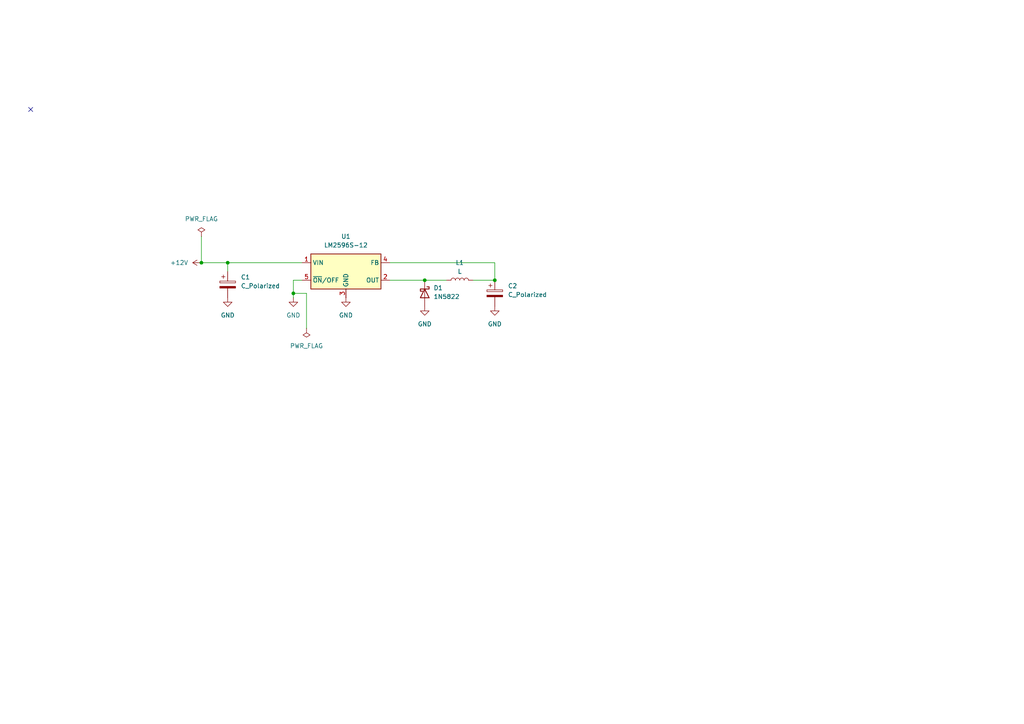
<source format=kicad_sch>
(kicad_sch (version 20250114) (generator "eeschema") (generator_version "9.0")
  (paper "A4")
  (lib_symbols
    (symbol "Device:C_Polarized" (pin_numbers (hide yes)) (pin_names (offset 0.254))
      (property "Reference" "C" (at 0.635 2.54 0))
      (property "Value" "C_Polarized" (at 0.635 -2.54 0))
      (symbol "C_Polarized_0_1"
        (rectangle (start -2.286 0.508) (end 2.286 1.016))
        (polyline (pts (xy -1.778 2.286) (xy -0.762 2.286)))
        (polyline (pts (xy -1.27 2.794) (xy -1.27 1.778)))
        (rectangle (start 2.286 -0.508) (end -2.286 -1.016) (fill (type outline)))
      )
      (symbol "C_Polarized_1_1"
        (pin passive line (at 0 3.81 270) (length 2.794) (name "~") (number "1"))
        (pin passive line (at 0 -3.81 90) (length 2.794) (name "~") (number "2"))
      )
    )
    (symbol "Device:L" (pin_numbers (hide yes)) (pin_names (offset 1.016) (hide yes))
      (property "Reference" "L" (at -1.27 0 90))
      (property "Value" "L" (at 1.905 0 90))
      (symbol "L_0_1"
        (arc (start 0 2.54) (mid 0.6323 1.905) (end 0 1.27))
        (arc (start 0 1.27) (mid 0.6323 0.635) (end 0 0))
        (arc (start 0 0) (mid 0.6323 -0.635) (end 0 -1.27))
        (arc (start 0 -1.27) (mid 0.6323 -1.905) (end 0 -2.54))
      )
      (symbol "L_1_1"
        (pin passive line (at 0 3.81 270) (length 1.27) (name "1") (number "1"))
        (pin passive line (at 0 -3.81 90) (length 1.27) (name "2") (number "2"))
      )
    )
    (symbol "Diode:1N5822" (pin_numbers (hide yes)) (pin_names (offset 1.016) (hide yes))
      (property "Reference" "D" (at 0 2.54 0))
      (property "Value" "1N5822" (at 0 -2.54 0))
      (symbol "1N5822_0_1"
        (polyline (pts (xy -1.905 0.635) (xy -1.905 1.27) (xy -1.27 1.27) (xy -1.27 -1.27) (xy -0.635 -1.27) (xy -0.635 -0.635)) (stroke (width 0.254)))
        (polyline (pts (xy 1.27 1.27) (xy 1.27 -1.27) (xy -1.27 0) (xy 1.27 1.27)) (stroke (width 0.254)))
        (polyline (pts (xy 1.27 0) (xy -1.27 0)))
      )
      (symbol "1N5822_1_1"
        (pin passive line (at -3.81 0 0) (length 2.54) (name "K") (number "1"))
        (pin passive line (at 3.81 0 180) (length 2.54) (name "A") (number "2"))
      )
    )
    (symbol "Regulator_Switching:LM2596S-12"
      (property "Reference" "U" (at -10.16 6.35 0))
      (property "Value" "LM2596S-12" (at 0 6.35 0))
      (symbol "LM2596S-12_0_1"
        (rectangle (start -10.16 5.08) (end 10.16 -5.08) (stroke (width 0.254)) (fill (type background)))
      )
      (symbol "LM2596S-12_1_1"
        (pin power_in line (at -12.7 2.54 0) (length 2.54) (name "VIN") (number "1"))
        (pin input line (at -12.7 -2.54 0) (length 2.54) (name "~{ON}/OFF") (number "5"))
        (pin power_in line (at 0 -7.62 90) (length 2.54) (name "GND") (number "3"))
        (pin input line (at 12.7 2.54 180) (length 2.54) (name "FB") (number "4"))
        (pin output line (at 12.7 -2.54 180) (length 2.54) (name "OUT") (number "2"))
      )
    )
    (symbol "power:+12V" (power) (pin_numbers (hide yes)) (pin_names (offset 0) (hide yes))
      (property "Value" "+12V" (at 0 3.556 0))
      (symbol "+12V_0_1"
        (polyline (pts (xy -0.762 1.27) (xy 0 2.54)))
        (polyline (pts (xy 0 2.54) (xy 0.762 1.27)))
        (polyline (pts (xy 0 0) (xy 0 2.54)))
      )
      (symbol "+12V_1_1"
        (pin power_in line (at 0 0 90) (length 0) (name "~") (number "1"))
      )
    )
    (symbol "power:GND" (power) (pin_numbers (hide yes)) (pin_names (offset 0) (hide yes))
      (property "Value" "GND" (at 0 -3.81 0))
      (symbol "GND_0_1"
        (polyline (pts (xy 0 0) (xy 0 -1.27) (xy 1.27 -1.27) (xy 0 -2.54) (xy -1.27 -1.27) (xy 0 -1.27)))
      )
      (symbol "GND_1_1"
        (pin power_in line (at 0 0 270) (length 0) (name "~") (number "1"))
      )
    )
    (symbol "power:PWR_FLAG" (power) (pin_numbers (hide yes)) (pin_names (offset 0) (hide yes))
      (property "Value" "PWR_FLAG" (at 0 3.81 0))
      (symbol "PWR_FLAG_0_0"
        (pin power_out line (at 0 0 90) (length 0) (name "~") (number "1"))
      )
      (symbol "PWR_FLAG_0_1"
        (polyline (pts (xy 0 0) (xy 0 1.27) (xy -1.016 1.905) (xy 0 2.54) (xy 1.016 1.905) (xy 0 1.27)))
      )
    )
  )
  (junction (at 58.42 76.2))
  (junction (at 143.51 81.28))
  (junction (at 85.09 85.09))
  (junction (at 123.19 81.28))
  (junction (at 66.04 76.2))
  (no_connect (at 8.89 31.75))
  (wire (pts (xy 66.04 76.2) (xy 87.63 76.2)))
  (wire (pts (xy 123.19 81.28) (xy 129.54 81.28)))
  (wire (pts (xy 137.16 81.28) (xy 143.51 81.28)))
  (wire (pts (xy 88.9 95.25) (xy 88.9 85.09)))
  (wire (pts (xy 58.42 76.2) (xy 66.04 76.2)))
  (wire (pts (xy 85.09 85.09) (xy 88.9 85.09)))
  (wire (pts (xy 66.04 76.2) (xy 66.04 78.74)))
  (wire (pts (xy 113.03 81.28) (xy 123.19 81.28)))
  (wire (pts (xy 85.09 81.28) (xy 87.63 81.28)))
  (wire (pts (xy 85.09 86.36) (xy 85.09 85.09)))
  (wire (pts (xy 143.51 76.2) (xy 143.51 81.28)))
  (wire (pts (xy 85.09 85.09) (xy 85.09 81.28)))
  (wire (pts (xy 58.42 68.58) (xy 58.42 76.2)))
  (wire (pts (xy 113.03 76.2) (xy 143.51 76.2)))
  (symbol (lib_id "power:GND") (at 85.09 86.36 0) (unit 1)
    (property "Reference" "#PWR06" (effects (hide yes)))
    (property "Value" "GND" (at 85.09 91.44 0))
    (property "Description" "Power symbol creates a global label with name \"GND\" , ground" (effects (hide yes)))
  )
  (symbol (lib_id "power:GND") (at 100.33 86.36 0) (unit 1)
    (property "Reference" "#PWR03" (effects (hide yes)))
    (property "Value" "GND" (at 100.33 91.44 0))
    (property "Description" "Power symbol creates a global label with name \"GND\" , ground" (effects (hide yes)))
  )
  (symbol (lib_id "power:+12V") (at 58.42 76.2 90) (unit 1)
    (property "Reference" "#PWR01" (effects (hide yes)))
    (property "Value" "+12V" (at 54.61 76.1999 90) (effects (justify left)))
    (property "Description" "Power symbol creates a global label with name \"+12V\"" (effects (hide yes)))
  )
  (symbol (lib_id "Diode:1N5822") (at 123.19 85.09 270) (unit 1)
    (property "Reference" "D1" (at 125.73 83.5024 90) (effects (justify left)))
    (property "Value" "1N5822" (at 125.73 86.0424 90) (effects (justify left)))
    (property "Footprint" "Diode_SMD:D_3220_8050Metric_Pad2.65x5.15mm_HandSolder" (effects (hide yes)))
    (property "Datasheet" "http://www.vishay.com/docs/88526/1n5820.pdf" (effects (hide yes)))
    (property "Description" "40V 3A Schottky Barrier Rectifier Diode, DO-201AD" (effects (hide yes)))
  )
  (symbol (lib_id "Regulator_Switching:LM2596S-12") (at 100.33 78.74 0) (unit 1)
    (property "Reference" "U1" (at 100.33 68.58 0))
    (property "Value" "LM2596S-12" (at 100.33 71.12 0))
    (property "Footprint" "Package_TO_SOT_SMD:TO-263-5_TabPin3" (effects (hide yes)))
    (property "Datasheet" "http://www.ti.com/lit/ds/symlink/lm2596.pdf" (effects (hide yes)))
    (property "Description" "12V 3A Step-Down Voltage Regulator, TO-263" (effects (hide yes)))
  )
  (symbol (lib_id "power:GND") (at 123.19 88.9 0) (unit 1)
    (property "Reference" "#PWR04" (effects (hide yes)))
    (property "Value" "GND" (at 123.19 93.98 0))
    (property "Description" "Power symbol creates a global label with name \"GND\" , ground" (effects (hide yes)))
  )
  (symbol (lib_id "Device:C_Polarized") (at 143.51 85.09 0) (unit 1)
    (property "Reference" "C2" (at 147.32 82.9309 0) (effects (justify left)))
    (property "Value" "C_Polarized" (at 147.32 85.4709 0) (effects (justify left)))
    (property "Footprint" "Capacitor_SMD:CP_Elec_5x3" (effects (hide yes)))
    (property "Description" "Polarized capacitor" (effects (hide yes)))
  )
  (symbol (lib_id "Device:L") (at 133.35 81.28 90) (unit 1)
    (property "Reference" "L1" (at 133.35 76.2 90))
    (property "Value" "L" (at 133.35 78.74 90))
    (property "Footprint" "Inductor_SMD:L_0805_2012Metric_Pad1.15x1.40mm_HandSolder" (effects (hide yes)))
    (property "Description" "Inductor" (effects (hide yes)))
  )
  (symbol (lib_id "power:GND") (at 143.51 88.9 0) (unit 1)
    (property "Reference" "#PWR05" (effects (hide yes)))
    (property "Value" "GND" (at 143.51 93.98 0))
    (property "Description" "Power symbol creates a global label with name \"GND\" , ground" (effects (hide yes)))
  )
  (symbol (lib_id "power:PWR_FLAG") (at 58.42 68.58 0) (unit 1)
    (property "Reference" "#FLG01" (effects (hide yes)))
    (property "Value" "PWR_FLAG" (at 58.42 63.5 0))
    (property "Description" "Special symbol for telling ERC where power comes from" (effects (hide yes)))
  )
  (symbol (lib_id "power:PWR_FLAG") (at 88.9 95.25 180) (unit 1)
    (property "Reference" "#FLG02" (effects (hide yes)))
    (property "Value" "PWR_FLAG" (at 88.9 100.33 0))
    (property "Description" "Special symbol for telling ERC where power comes from" (effects (hide yes)))
  )
  (symbol (lib_id "power:GND") (at 66.04 86.36 0) (unit 1)
    (property "Reference" "#PWR02" (effects (hide yes)))
    (property "Value" "GND" (at 66.04 91.44 0))
    (property "Description" "Power symbol creates a global label with name \"GND\" , ground" (effects (hide yes)))
  )
  (symbol (lib_id "Device:C_Polarized") (at 66.04 82.55 0) (unit 1)
    (property "Reference" "C1" (at 69.85 80.3909 0) (effects (justify left)))
    (property "Value" "C_Polarized" (at 69.85 82.9309 0) (effects (justify left)))
    (property "Footprint" "Capacitor_SMD:CP_Elec_5x3" (effects (hide yes)))
    (property "Description" "Polarized capacitor" (effects (hide yes)))
  )
)
</source>
